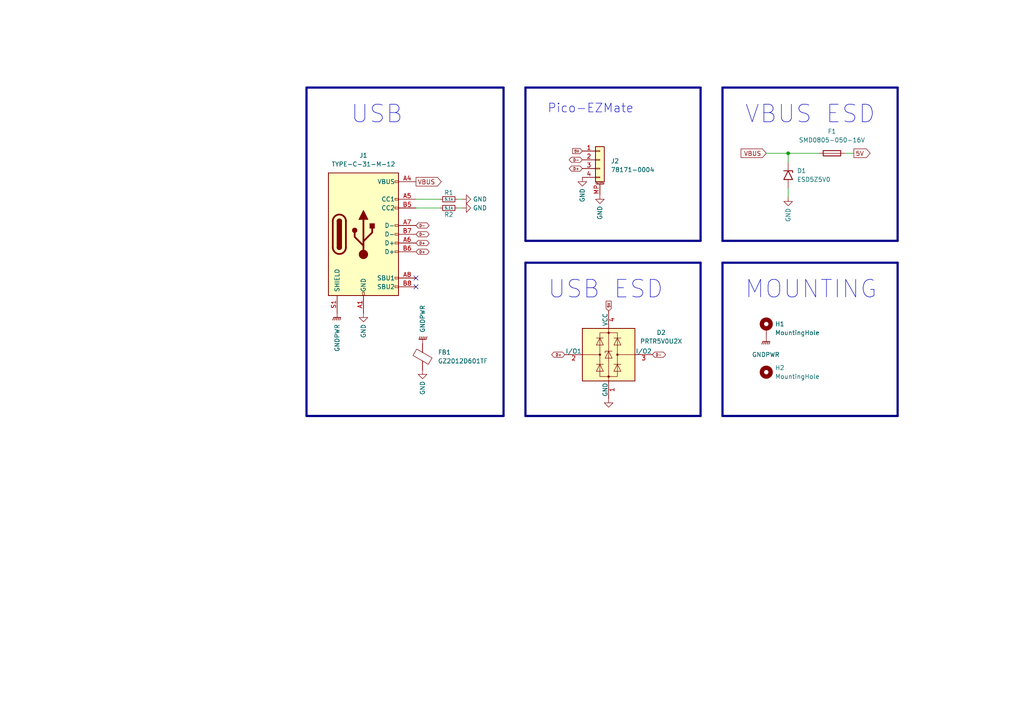
<source format=kicad_sch>
(kicad_sch (version 20250114) (generator "eeschema") (generator_version "9.0")
  (paper "A4")
  (title_block (title "Unified Daughterboard UDB-S1") (date "2022-09-16") (rev "V1.0.0"))
  (lib_symbols
    (symbol "Connector:USB_C_Receptacle_USB2.0" (pin_names (offset 1.016))
      (property "Reference" "J" (at -10.16 19.05 0))
      (property "Value" "USB_C_Receptacle_USB2.0" (at 19.05 19.05 0))
      (symbol "USB_C_Receptacle_USB2.0_0_0"
        (rectangle (start -0.254 -17.78) (end 0.254 -16.764))
        (rectangle (start 10.16 15.494) (end 9.144 14.986))
        (rectangle (start 10.16 10.414) (end 9.144 9.906))
        (rectangle (start 10.16 7.874) (end 9.144 7.366))
        (rectangle (start 10.16 2.794) (end 9.144 2.286))
        (rectangle (start 10.16 0.254) (end 9.144 -0.254))
        (rectangle (start 10.16 -2.286) (end 9.144 -2.794))
        (rectangle (start 10.16 -4.826) (end 9.144 -5.334))
        (rectangle (start 10.16 -12.446) (end 9.144 -12.954))
        (rectangle (start 10.16 -14.986) (end 9.144 -15.494))
      )
      (symbol "USB_C_Receptacle_USB2.0_0_1"
        (rectangle (start -10.16 17.78) (end 10.16 -17.78) (stroke (width 0.254)) (fill (type background)))
        (polyline (pts (xy -8.89 -3.81) (xy -8.89 3.81)) (stroke (width 0.508)))
        (rectangle (start -7.62 -3.81) (end -6.35 3.81) (stroke (width 0.254)) (fill (type outline)))
        (arc (start -7.62 3.81) (mid -6.985 4.4422) (end -6.35 3.81) (stroke (width 0.254)))
        (arc (start -7.62 3.81) (mid -6.985 4.4422) (end -6.35 3.81) (stroke (width 0.254)) (fill (type outline)))
        (arc (start -8.89 3.81) (mid -6.985 5.7066) (end -5.08 3.81) (stroke (width 0.508)))
        (arc (start -5.08 -3.81) (mid -6.985 -5.7066) (end -8.89 -3.81) (stroke (width 0.508)))
        (arc (start -6.35 -3.81) (mid -6.985 -4.4422) (end -7.62 -3.81) (stroke (width 0.254)))
        (arc (start -6.35 -3.81) (mid -6.985 -4.4422) (end -7.62 -3.81) (stroke (width 0.254)) (fill (type outline)))
        (polyline (pts (xy -5.08 3.81) (xy -5.08 -3.81)) (stroke (width 0.508)))
        (circle (center -2.54 1.143) (radius 0.635) (stroke (width 0.254)) (fill (type outline)))
        (polyline (pts (xy -1.27 4.318) (xy 0 6.858) (xy 1.27 4.318) (xy -1.27 4.318)) (stroke (width 0.254)) (fill (type outline)))
        (polyline (pts (xy 0 -2.032) (xy 2.54 0.508) (xy 2.54 1.778)) (stroke (width 0.508)))
        (polyline (pts (xy 0 -3.302) (xy -2.54 -0.762) (xy -2.54 0.508)) (stroke (width 0.508)))
        (polyline (pts (xy 0 -5.842) (xy 0 4.318)) (stroke (width 0.508)))
        (circle (center 0 -5.842) (radius 1.27) (fill (type outline)))
        (rectangle (start 1.905 1.778) (end 3.175 3.048) (stroke (width 0.254)) (fill (type outline)))
      )
      (symbol "USB_C_Receptacle_USB2.0_1_1"
        (pin passive line (at -7.62 -22.86 90) (length 5.08) (name "SHIELD") (number "S1"))
        (pin passive line (at 0 -22.86 90) (length 5.08) (name "GND") (number "A1"))
        (pin passive line (at 0 -22.86 90) (length 5.08) (hide yes) (name "GND") (number "A12"))
        (pin passive line (at 0 -22.86 90) (length 5.08) (hide yes) (name "GND") (number "B1"))
        (pin passive line (at 0 -22.86 90) (length 5.08) (hide yes) (name "GND") (number "B12"))
        (pin passive line (at 15.24 15.24 180) (length 5.08) (name "VBUS") (number "A4"))
        (pin passive line (at 15.24 15.24 180) (length 5.08) (hide yes) (name "VBUS") (number "A9"))
        (pin passive line (at 15.24 15.24 180) (length 5.08) (hide yes) (name "VBUS") (number "B4"))
        (pin passive line (at 15.24 15.24 180) (length 5.08) (hide yes) (name "VBUS") (number "B9"))
        (pin bidirectional line (at 15.24 10.16 180) (length 5.08) (name "CC1") (number "A5"))
        (pin bidirectional line (at 15.24 7.62 180) (length 5.08) (name "CC2") (number "B5"))
        (pin bidirectional line (at 15.24 2.54 180) (length 5.08) (name "D-") (number "A7"))
        (pin bidirectional line (at 15.24 0 180) (length 5.08) (name "D-") (number "B7"))
        (pin bidirectional line (at 15.24 -2.54 180) (length 5.08) (name "D+") (number "A6"))
        (pin bidirectional line (at 15.24 -5.08 180) (length 5.08) (name "D+") (number "B6"))
        (pin bidirectional line (at 15.24 -12.7 180) (length 5.08) (name "SBU1") (number "A8"))
        (pin bidirectional line (at 15.24 -15.24 180) (length 5.08) (name "SBU2") (number "B8"))
      )
    )
    (symbol "Connector_Generic_MountingPin:Conn_01x04_MountingPin" (pin_names (offset 1.016) (hide yes))
      (property "Reference" "J" (at 0 5.08 0))
      (property "Value" "Conn_01x04_MountingPin" (at 1.27 -7.62 0))
      (symbol "Conn_01x04_MountingPin_1_1"
        (rectangle (start -1.27 3.81) (end 1.27 -6.35) (stroke (width 0.254)) (fill (type background)))
        (rectangle (start -1.27 2.667) (end 0 2.413) (stroke (width 0.1524)))
        (rectangle (start -1.27 0.127) (end 0 -0.127) (stroke (width 0.1524)))
        (rectangle (start -1.27 -2.413) (end 0 -2.667) (stroke (width 0.1524)))
        (rectangle (start -1.27 -4.953) (end 0 -5.207) (stroke (width 0.1524)))
        (polyline (pts (xy -1.016 -7.112) (xy 1.016 -7.112)) (stroke (width 0.1524)))
        (text "Mounting" (at 0 -6.731 0) (effects (font (size 0.381 0.381))))
        (pin passive line (at -5.08 2.54 0) (length 3.81) (name "Pin_1") (number "1"))
        (pin passive line (at -5.08 0 0) (length 3.81) (name "Pin_2") (number "2"))
        (pin passive line (at -5.08 -2.54 0) (length 3.81) (name "Pin_3") (number "3"))
        (pin passive line (at -5.08 -5.08 0) (length 3.81) (name "Pin_4") (number "4"))
        (pin passive line (at 0 -10.16 90) (length 3.048) (name "MountPin") (number "MP"))
      )
    )
    (symbol "Device:FerriteBead" (pin_numbers (hide yes)) (pin_names (offset 0))
      (property "Reference" "FB" (at -3.81 0.635 90))
      (property "Value" "FerriteBead" (at 3.81 0 90))
      (symbol "FerriteBead_0_1"
        (polyline (pts (xy -2.7686 0.4064) (xy -1.7018 2.2606) (xy 2.7686 -0.3048) (xy 1.6764 -2.159) (xy -2.7686 0.4064)))
        (polyline (pts (xy 0 1.27) (xy 0 1.2954)))
        (polyline (pts (xy 0 -1.27) (xy 0 -1.2192)))
      )
      (symbol "FerriteBead_1_1"
        (pin passive line (at 0 3.81 270) (length 2.54) (name "~") (number "1"))
        (pin passive line (at 0 -3.81 90) (length 2.54) (name "~") (number "2"))
      )
    )
    (symbol "Device:Fuse" (pin_numbers (hide yes)) (pin_names (offset 0))
      (property "Reference" "F" (at 2.032 0 90))
      (property "Value" "Fuse" (at -1.905 0 90))
      (symbol "Fuse_0_1"
        (rectangle (start -0.762 -2.54) (end 0.762 2.54) (stroke (width 0.254)))
        (polyline (pts (xy 0 2.54) (xy 0 -2.54)))
      )
      (symbol "Fuse_1_1"
        (pin passive line (at 0 3.81 270) (length 1.27) (name "~") (number "1"))
        (pin passive line (at 0 -3.81 90) (length 1.27) (name "~") (number "2"))
      )
    )
    (symbol "Device:R_Small" (pin_numbers (hide yes)) (pin_names (offset 0.254) (hide yes))
      (property "Reference" "R" (at 0.762 0.508 0))
      (property "Value" "R_Small" (at 0.762 -1.016 0))
      (symbol "R_Small_0_1"
        (rectangle (start -0.762 1.778) (end 0.762 -1.778) (stroke (width 0.2032)))
      )
      (symbol "R_Small_1_1"
        (pin passive line (at 0 2.54 270) (length 0.762) (name "~") (number "1"))
        (pin passive line (at 0 -2.54 90) (length 0.762) (name "~") (number "2"))
      )
    )
    (symbol "Diode:SMF6V0A" (pin_numbers (hide yes)) (pin_names (offset 1.016) (hide yes))
      (property "Reference" "D" (at 0 2.54 0))
      (property "Value" "SMF6V0A" (at 0 -2.54 0))
      (symbol "SMF6V0A_0_1"
        (polyline (pts (xy -0.762 1.27) (xy -1.27 1.27) (xy -1.27 -1.27)) (stroke (width 0.254)))
        (polyline (pts (xy 1.27 1.27) (xy 1.27 -1.27) (xy -1.27 0) (xy 1.27 1.27)) (stroke (width 0.254)))
      )
      (symbol "SMF6V0A_1_1"
        (pin passive line (at -3.81 0 0) (length 2.54) (name "A1") (number "1"))
        (pin passive line (at 3.81 0 180) (length 2.54) (name "A2") (number "2"))
      )
    )
    (symbol "Mechanical:MountingHole" (pin_names (offset 1.016))
      (property "Reference" "H" (at 0 5.08 0))
      (property "Value" "MountingHole" (at 0 3.175 0))
      (symbol "MountingHole_0_1"
        (circle (center 0 0) (radius 1.27) (stroke (width 1.27)))
      )
    )
    (symbol "Mechanical:MountingHole_Pad" (pin_numbers (hide yes)) (pin_names (offset 1.016) (hide yes))
      (property "Reference" "H" (at 0 6.35 0))
      (property "Value" "MountingHole_Pad" (at 0 4.445 0))
      (symbol "MountingHole_Pad_0_1"
        (circle (center 0 1.27) (radius 1.27) (stroke (width 1.27)))
      )
      (symbol "MountingHole_Pad_1_1"
        (pin input line (at 0 -2.54 90) (length 2.54) (name "1") (number "1"))
      )
    )
    (symbol "Power_Protection:PRTR5V0U2X" (pin_names (offset 0))
      (property "Reference" "D" (at 2.794 8.636 0))
      (property "Value" "PRTR5V0U2X" (at 8.128 -9.398 0))
      (symbol "PRTR5V0U2X_0_1"
        (rectangle (start -7.62 -7.62) (end 7.62 7.62) (stroke (width 0.254)) (fill (type background)))
        (polyline (pts (xy -3.556 2.794) (xy -1.524 2.794) (xy -2.54 4.826) (xy -3.556 2.794)))
        (polyline (pts (xy -3.556 -4.826) (xy -1.524 -4.826) (xy -2.54 -2.794) (xy -3.556 -4.826)))
        (rectangle (start -2.54 6.35) (end 2.54 -6.35))
        (circle (center -2.54 0) (radius 0.254) (fill (type outline)))
        (polyline (pts (xy -2.54 0) (xy -7.62 0)))
        (polyline (pts (xy -1.524 4.826) (xy -3.556 4.826)))
        (polyline (pts (xy -1.524 -2.794) (xy -3.556 -2.794)))
        (polyline (pts (xy -1.016 -1.016) (xy 1.016 -1.016) (xy 0 1.016) (xy -1.016 -1.016)))
        (circle (center 0 6.35) (radius 0.254) (fill (type outline)))
        (circle (center 0 -6.35) (radius 0.254) (fill (type outline)))
        (polyline (pts (xy 0 -7.62) (xy 0 7.62)))
        (polyline (pts (xy 1.016 1.016) (xy -1.016 1.016) (xy -1.016 0.508)))
        (polyline (pts (xy 1.524 4.826) (xy 3.556 4.826)))
        (polyline (pts (xy 1.524 -2.794) (xy 3.556 -2.794)))
        (polyline (pts (xy 2.54 0) (xy 7.62 0)))
        (circle (center 2.54 0) (radius 0.254) (fill (type outline)))
        (polyline (pts (xy 3.556 2.794) (xy 1.524 2.794) (xy 2.54 4.826) (xy 3.556 2.794)))
        (polyline (pts (xy 3.556 -4.826) (xy 1.524 -4.826) (xy 2.54 -2.794) (xy 3.556 -4.826)))
      )
      (symbol "PRTR5V0U2X_1_1"
        (pin passive line (at -12.7 0 0) (length 5.08) (name "I/O1") (number "2"))
        (pin passive line (at 0 12.7 270) (length 5.08) (name "VCC") (number "4"))
        (pin passive line (at 0 -12.7 90) (length 5.08) (name "GND") (number "1"))
        (pin passive line (at 12.7 0 180) (length 5.08) (name "I/O2") (number "3"))
      )
    )
    (symbol "power:GND" (power) (pin_names (offset 0))
      (property "Value" "GND" (at 0 -3.81 0))
      (symbol "GND_0_1"
        (polyline (pts (xy 0 0) (xy 0 -1.27) (xy 1.27 -1.27) (xy 0 -2.54) (xy -1.27 -1.27) (xy 0 -1.27)))
      )
      (symbol "GND_1_1"
        (pin power_in line (at 0 0 270) (length 0) (hide yes) (name "GND") (number "1"))
      )
    )
    (symbol "power:GNDPWR" (power) (pin_names (offset 0))
      (property "Value" "GNDPWR" (at 0 -3.302 0))
      (symbol "GNDPWR_0_1"
        (polyline (pts (xy -1.016 -1.27) (xy -1.27 -2.032) (xy -1.27 -2.032)) (stroke (width 0.2032)))
        (polyline (pts (xy -0.508 -1.27) (xy -0.762 -2.032) (xy -0.762 -2.032)) (stroke (width 0.2032)))
        (polyline (pts (xy 0 -1.27) (xy 0 0)))
        (polyline (pts (xy 0 -1.27) (xy -0.254 -2.032) (xy -0.254 -2.032)) (stroke (width 0.2032)))
        (polyline (pts (xy 0.508 -1.27) (xy 0.254 -2.032) (xy 0.254 -2.032)) (stroke (width 0.2032)))
        (polyline (pts (xy 1.016 -1.27) (xy -1.016 -1.27) (xy -1.016 -1.27)) (stroke (width 0.2032)))
        (polyline (pts (xy 1.016 -1.27) (xy 0.762 -2.032) (xy 0.762 -2.032) (xy 0.762 -2.032)) (stroke (width 0.2032)))
      )
      (symbol "GNDPWR_1_1"
        (pin power_in line (at 0 0 270) (length 0) (hide yes) (name "GNDPWR") (number "1"))
      )
    )
  )
  (text "USB ESD" (at 158.75 86.995 0) (effects (font (size 5.08 5.08)) (justify left bottom)))
  (text "VBUS ESD" (at 215.9 36.195 0) (effects (font (size 5.08 5.08)) (justify left bottom)))
  (text "USB" (at 101.6 36.195 0) (effects (font (size 5.08 5.08)) (justify left bottom)))
  (text "MOUNTING" (at 215.9 86.995 0) (effects (font (size 5.08 5.08)) (justify left bottom)))
  (text "Pico-EZMate" (at 158.75 33.02 0) (effects (font (size 2.54 2.54)) (justify left bottom)))
  (junction (at 228.6 44.45))
  (no_connect (at 120.65 83.185))
  (no_connect (at 120.65 80.645))
  (bus (pts (xy 146.05 25.4) (xy 146.05 120.65)) (stroke (width 0.635)))
  (bus (pts (xy 260.35 69.85) (xy 209.55 69.85)) (stroke (width 0.635)))
  (bus (pts (xy 88.9 120.65) (xy 146.05 120.65)) (stroke (width 0.635)))
  (wire (pts (xy 228.6 57.15) (xy 228.6 54.61)))
  (bus (pts (xy 209.55 76.2) (xy 209.55 120.65)) (stroke (width 0.635)))
  (bus (pts (xy 203.2 25.4) (xy 203.2 69.85)) (stroke (width 0.635)))
  (bus (pts (xy 209.55 25.4) (xy 209.55 69.85)) (stroke (width 0.635)))
  (bus (pts (xy 209.55 25.4) (xy 260.35 25.4)) (stroke (width 0.635)))
  (wire (pts (xy 120.65 57.785) (xy 127.635 57.785)))
  (wire (pts (xy 120.65 60.325) (xy 127.635 60.325)))
  (wire (pts (xy 228.6 44.45) (xy 237.49 44.45)))
  (bus (pts (xy 152.4 76.2) (xy 152.4 120.65)) (stroke (width 0.635)))
  (wire (pts (xy 228.6 46.99) (xy 228.6 44.45)))
  (bus (pts (xy 152.4 25.4) (xy 203.2 25.4)) (stroke (width 0.635)))
  (wire (pts (xy 222.25 44.45) (xy 228.6 44.45)))
  (bus (pts (xy 209.55 76.2) (xy 260.35 76.2)) (stroke (width 0.635)))
  (bus (pts (xy 88.9 25.4) (xy 146.05 25.4)) (stroke (width 0.635)))
  (bus (pts (xy 203.2 120.65) (xy 152.4 120.65)) (stroke (width 0.635)))
  (bus (pts (xy 260.35 120.65) (xy 209.55 120.65)) (stroke (width 0.635)))
  (wire (pts (xy 245.11 44.45) (xy 247.65 44.45)))
  (bus (pts (xy 260.35 25.4) (xy 260.35 69.85)) (stroke (width 0.635)))
  (wire (pts (xy 132.715 60.325) (xy 133.985 60.325)))
  (bus (pts (xy 88.9 25.4) (xy 88.9 120.65)) (stroke (width 0.635)))
  (bus (pts (xy 203.2 69.85) (xy 152.4 69.85)) (stroke (width 0.635)))
  (wire (pts (xy 132.715 57.785) (xy 133.985 57.785)))
  (bus (pts (xy 152.4 25.4) (xy 152.4 69.85)) (stroke (width 0.635)))
  (bus (pts (xy 260.35 76.2) (xy 260.35 120.65)) (stroke (width 0.635)))
  (bus (pts (xy 203.2 76.2) (xy 203.2 120.65)) (stroke (width 0.635)))
  (bus (pts (xy 152.4 76.2) (xy 203.2 76.2)) (stroke (width 0.635)))
  (global_label "VBUS" (shape output) (at 120.65 52.705 0) (property "Intersheetrefs" "${INTERSHEET_REFS}" (effects (hide yes))))
  (global_label "VBUS" (shape input) (at 222.25 44.45 180) (property "Intersheetrefs" "${INTERSHEET_REFS}" (effects (hide yes))))
  (global_label "D+" (shape bidirectional) (at 168.91 48.895 180) (effects (font (size 0.762 0.762))) (property "Intersheetrefs" "${INTERSHEET_REFS}" (effects (hide yes))))
  (global_label "D-" (shape bidirectional) (at 120.65 67.945 0) (effects (font (size 0.762 0.762))) (property "Intersheetrefs" "${INTERSHEET_REFS}" (effects (hide yes))))
  (global_label "D+" (shape bidirectional) (at 163.83 102.87 180) (effects (font (size 0.762 0.762))) (property "Intersheetrefs" "${INTERSHEET_REFS}" (effects (hide yes))))
  (global_label "5V" (shape output) (at 247.65 44.45 0) (property "Intersheetrefs" "${INTERSHEET_REFS}" (effects (hide yes))))
  (global_label "5V" (shape input) (at 168.91 43.815 180) (effects (font (size 0.762 0.762))) (property "Intersheetrefs" "${INTERSHEET_REFS}" (effects (hide yes))))
  (global_label "D-" (shape bidirectional) (at 120.65 65.405 0) (effects (font (size 0.762 0.762))) (property "Intersheetrefs" "${INTERSHEET_REFS}" (effects (hide yes))))
  (global_label "5V" (shape input) (at 176.53 90.17 90) (effects (font (size 0.762 0.762))) (property "Intersheetrefs" "${INTERSHEET_REFS}" (effects (hide yes))))
  (global_label "D+" (shape bidirectional) (at 120.65 70.485 0) (effects (font (size 0.762 0.762))) (property "Intersheetrefs" "${INTERSHEET_REFS}" (effects (hide yes))))
  (global_label "D-" (shape bidirectional) (at 168.91 46.355 180) (effects (font (size 0.762 0.762))) (property "Intersheetrefs" "${INTERSHEET_REFS}" (effects (hide yes))))
  (global_label "D+" (shape bidirectional) (at 120.65 73.025 0) (effects (font (size 0.762 0.762))) (property "Intersheetrefs" "${INTERSHEET_REFS}" (effects (hide yes))))
  (global_label "D-" (shape bidirectional) (at 189.23 102.87 0) (effects (font (size 0.762 0.762))) (property "Intersheetrefs" "${INTERSHEET_REFS}" (effects (hide yes))))
  (symbol (lib_id "Device:Fuse") (at 241.3 44.45 90) (unit 1)
    (property "Reference" "F1" (at 241.3 38.1 90))
    (property "Value" "SMD0805-050-16V" (at 241.3 40.64 90))
    (property "Footprint" "Fuse:Fuse_1206_3216Metric" (effects (hide yes)))
    (property "Manufacturer" "TECHFUSE" (effects (hide yes)))
    (property "Manufacturer Part Number" "SMD0805-050-16V" (effects (hide yes)))
    (property "LCSC Part Number" "C2833485" (effects (hide yes)))
    (property "Package" "F0805" (effects (hide yes)))
  )
  (symbol (lib_id "power:GND") (at 133.985 57.785 90) (unit 1)
    (property "Reference" "#PWR02" (effects (hide yes)))
    (property "Value" "GND" (at 137.16 57.785 90) (effects (justify right)))
  )
  (symbol (lib_id "Mechanical:MountingHole") (at 222.25 107.95 0) (unit 1) (in_bom no)
    (property "Reference" "H2" (at 224.79 106.6799 0) (effects (justify left)))
    (property "Value" "MountingHole" (at 224.79 109.2199 0) (effects (justify left)))
    (property "Footprint" "MountingHole:MountingHole_3.2mm_M3_DIN965_Pad_TopOnly" (effects (hide yes)))
  )
  (symbol (lib_id "Mechanical:MountingHole_Pad") (at 222.25 95.25 0) (unit 1) (in_bom no)
    (property "Reference" "H1" (at 224.79 93.9799 0) (effects (justify left)))
    (property "Value" "MountingHole" (at 224.79 96.5199 0) (effects (justify left)))
    (property "Footprint" "MountingHole:MountingHole_3.2mm_M3_DIN965_Pad_TopBottom" (effects (hide yes)))
  )
  (symbol (lib_id "power:GND") (at 168.91 51.435 0) (unit 1)
    (property "Reference" "#PWR04" (effects (hide yes)))
    (property "Value" "GND" (at 168.91 54.61 90) (effects (justify right)))
  )
  (symbol (lib_id "Device:FerriteBead") (at 122.555 103.505 0) (unit 1)
    (property "Reference" "FB1" (at 127 102.1841 0) (effects (justify left)))
    (property "Value" "GZ2012D601TF" (at 127 104.7241 0) (effects (justify left)))
    (property "Footprint" "Inductor_SMD:L_0805_2012Metric" (effects (hide yes)))
    (property "Manufacturer" "Sunlord" (effects (hide yes)))
    (property "Manufacturer Part Number" "GZ2012D601TF" (effects (hide yes)))
    (property "LCSC Part Number" "C1017" (effects (hide yes)))
    (property "Package" "F0805" (effects (hide yes)))
  )
  (symbol (lib_id "power:GNDPWR") (at 97.79 90.805 0) (unit 1)
    (property "Reference" "#PWR09" (effects (hide yes)))
    (property "Value" "GNDPWR" (at 97.79 93.98 90) (effects (justify right)))
  )
  (symbol (lib_id "power:GND") (at 176.53 115.57 0) (unit 1)
    (property "Reference" "#PWR07" (effects (hide yes)))
    (property "Value" "GND" (effects (hide yes)))
  )
  (symbol (lib_id "Connector:USB_C_Receptacle_USB2.0") (at 105.41 67.945 0) (unit 1)
    (property "Reference" "J1" (at 105.41 45.085 0))
    (property "Value" "TYPE-C-31-M-12" (at 105.41 47.625 0))
    (property "Footprint" "locallib:HRO-TYPE-C-31-M-12-Assembly" (effects (hide yes)))
    (property "Datasheet" "https://www.usb.org/sites/default/files/documents/usb_type-c.zip" (effects (hide yes)))
    (property "Manufacturer" "Koren Hroparts" (effects (hide yes)))
    (property "Manufacturer Part Number" "TYPE-C-31-M-12" (effects (hide yes)))
    (property "LCSC Part Number" "C165948" (effects (hide yes)))
  )
  (symbol (lib_id "power:GNDPWR") (at 122.555 99.695 180) (unit 1)
    (property "Reference" "#PWR011" (effects (hide yes)))
    (property "Value" "GNDPWR" (at 122.555 96.52 90) (effects (justify right)))
  )
  (symbol (lib_id "Power_Protection:PRTR5V0U2X") (at 176.53 102.87 0) (unit 1)
    (property "Reference" "D2" (at 191.77 96.4498 0))
    (property "Value" "PRTR5V0U2X" (at 191.77 98.9898 0))
    (property "Footprint" "Package_TO_SOT_SMD:SOT-143" (effects (hide yes)))
    (property "Datasheet" "https://assets.nexperia.com/documents/data-sheet/PRTR5V0U2X.pdf" (effects (hide yes)))
    (property "Description" "Ultra low capacitance double rail-to-rail ESD protection diode, SOT-143" (effects (hide yes)))
  )
  (symbol (lib_id "power:GND") (at 133.985 60.325 90) (unit 1)
    (property "Reference" "#PWR03" (effects (hide yes)))
    (property "Value" "GND" (at 137.16 60.325 90) (effects (justify right)))
  )
  (symbol (lib_id "Connector_Generic_MountingPin:Conn_01x04_MountingPin") (at 173.99 46.355 0) (unit 1)
    (property "Reference" "J2" (at 177.165 46.7105 0) (effects (justify left)))
    (property "Value" "78171-0004" (at 177.165 49.2505 0) (effects (justify left)))
    (property "Footprint" "Connector_JST:JST_SH_SM04B-SRSS-TB_1x04-1MP_P1.00mm_Horizontal" (effects (hide yes)))
    (property "Manufacturer" "MOLEX" (effects (hide yes)))
    (property "Manufacturer Part Number" "78171-0004" (effects (hide yes)))
    (property "LCSC Part Number" "C588524" (effects (hide yes)))
  )
  (symbol (lib_id "power:GND") (at 105.41 90.805 0) (unit 1)
    (property "Reference" "#PWR010" (effects (hide yes)))
    (property "Value" "GND" (at 105.41 93.98 90) (effects (justify right)))
  )
  (symbol (lib_id "Diode:SMF6V0A") (at 228.6 50.8 270) (unit 1)
    (property "Reference" "D1" (at 231.14 49.5299 90) (effects (justify left)))
    (property "Value" "ESD5Z5V0" (at 231.14 52.0699 90) (effects (justify left)))
    (property "Footprint" "Diode_SMD:D_SOD-123F" (effects (hide yes)))
    (property "Datasheet" "https://www.vishay.com/doc?85881" (effects (hide yes)))
    (property "Manufacturer" "MDD" (effects (hide yes)))
    (property "Manufacturer Part Number" "ESD5Z5V0" (effects (hide yes)))
    (property "LCSC Part Number" "C502546" (effects (hide yes)))
    (property "Package" "SOD-523" (effects (hide yes)))
  )
  (symbol (lib_id "power:GND") (at 173.99 56.515 0) (unit 1)
    (property "Reference" "#PWR06" (effects (hide yes)))
    (property "Value" "GND" (at 173.99 59.69 90) (effects (justify right)))
  )
  (symbol (lib_id "power:GNDPWR") (at 222.25 97.79 0) (unit 1)
    (property "Reference" "#PWR01" (effects (hide yes)))
    (property "Value" "GNDPWR" (at 222.123 102.87 0))
  )
  (symbol (lib_id "Device:R_Small") (at 130.175 57.785 270) (unit 1)
    (property "Reference" "R1" (at 130.175 55.88 90))
    (property "Value" "5.1k" (at 130.175 57.785 90) (effects (font (size 0.762 0.762))))
    (property "Footprint" "Resistor_SMD:R_0805_2012Metric" (effects (hide yes)))
  )
  (symbol (lib_id "power:GND") (at 228.6 57.15 0) (unit 1)
    (property "Reference" "#PWR05" (effects (hide yes)))
    (property "Value" "GND" (at 228.6 60.325 90) (effects (justify right)))
  )
  (symbol (lib_id "power:GND") (at 122.555 107.315 0) (unit 1)
    (property "Reference" "#PWR012" (effects (hide yes)))
    (property "Value" "GND" (at 122.555 110.49 90) (effects (justify right)))
  )
  (symbol (lib_id "Device:R_Small") (at 130.175 60.325 90) (unit 1)
    (property "Reference" "R2" (at 130.175 62.23 90))
    (property "Value" "5.1k" (at 130.175 60.325 90) (effects (font (size 0.762 0.762))))
    (property "Footprint" "Resistor_SMD:R_0805_2012Metric" (effects (hide yes)))
  )
)
</source>
